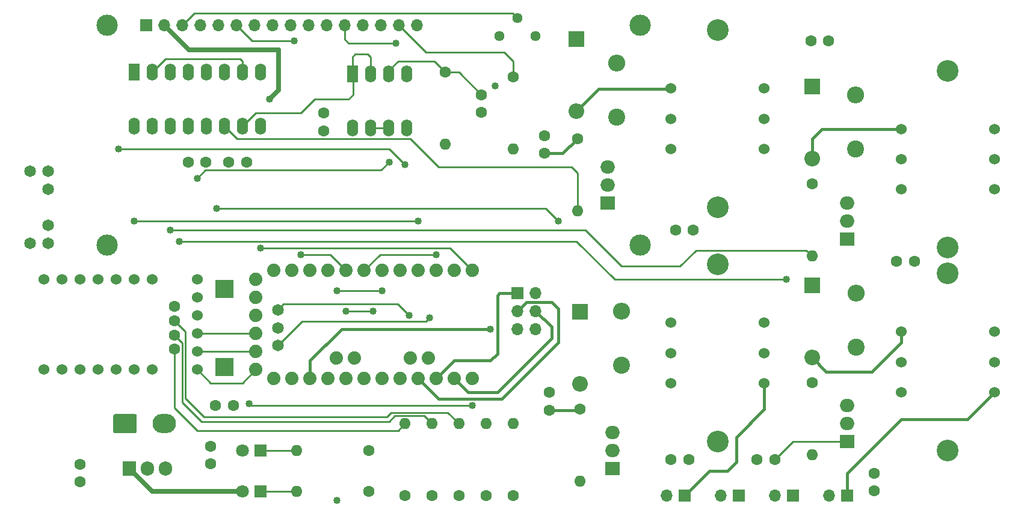
<source format=gbr>
%TF.GenerationSoftware,KiCad,Pcbnew,5.1.10-88a1d61d58~88~ubuntu18.04.1*%
%TF.CreationDate,2021-10-25T10:41:03-04:00*%
%TF.ProjectId,mctens,6d637465-6e73-42e6-9b69-6361645f7063,rev?*%
%TF.SameCoordinates,Original*%
%TF.FileFunction,Copper,L4,Bot*%
%TF.FilePolarity,Positive*%
%FSLAX46Y46*%
G04 Gerber Fmt 4.6, Leading zero omitted, Abs format (unit mm)*
G04 Created by KiCad (PCBNEW 5.1.10-88a1d61d58~88~ubuntu18.04.1) date 2021-10-25 10:41:03*
%MOMM*%
%LPD*%
G01*
G04 APERTURE LIST*
%TA.AperFunction,ComponentPad*%
%ADD10C,1.524000*%
%TD*%
%TA.AperFunction,ComponentPad*%
%ADD11C,3.048000*%
%TD*%
%TA.AperFunction,ComponentPad*%
%ADD12C,3.000000*%
%TD*%
%TA.AperFunction,ComponentPad*%
%ADD13R,1.700000X1.700000*%
%TD*%
%TA.AperFunction,ComponentPad*%
%ADD14O,1.700000X1.700000*%
%TD*%
%TA.AperFunction,ComponentPad*%
%ADD15C,1.651000*%
%TD*%
%TA.AperFunction,ComponentPad*%
%ADD16R,2.500000X2.500000*%
%TD*%
%TA.AperFunction,ComponentPad*%
%ADD17C,1.650000*%
%TD*%
%TA.AperFunction,ComponentPad*%
%ADD18C,1.600000*%
%TD*%
%TA.AperFunction,ComponentPad*%
%ADD19C,1.879600*%
%TD*%
%TA.AperFunction,ComponentPad*%
%ADD20O,2.400000X2.400000*%
%TD*%
%TA.AperFunction,ComponentPad*%
%ADD21C,2.400000*%
%TD*%
%TA.AperFunction,ComponentPad*%
%ADD22O,2.200000X2.200000*%
%TD*%
%TA.AperFunction,ComponentPad*%
%ADD23R,2.200000X2.200000*%
%TD*%
%TA.AperFunction,ComponentPad*%
%ADD24R,1.800000X1.800000*%
%TD*%
%TA.AperFunction,ComponentPad*%
%ADD25C,1.800000*%
%TD*%
%TA.AperFunction,ComponentPad*%
%ADD26O,3.300000X2.700000*%
%TD*%
%TA.AperFunction,ComponentPad*%
%ADD27O,2.000000X1.905000*%
%TD*%
%TA.AperFunction,ComponentPad*%
%ADD28R,2.000000X1.905000*%
%TD*%
%TA.AperFunction,ComponentPad*%
%ADD29O,1.600000X1.600000*%
%TD*%
%TA.AperFunction,ComponentPad*%
%ADD30C,1.440000*%
%TD*%
%TA.AperFunction,ComponentPad*%
%ADD31R,1.905000X2.000000*%
%TD*%
%TA.AperFunction,ComponentPad*%
%ADD32O,1.905000X2.000000*%
%TD*%
%TA.AperFunction,ComponentPad*%
%ADD33R,1.600000X2.400000*%
%TD*%
%TA.AperFunction,ComponentPad*%
%ADD34O,1.600000X2.400000*%
%TD*%
%TA.AperFunction,ViaPad*%
%ADD35C,1.016000*%
%TD*%
%TA.AperFunction,Conductor*%
%ADD36C,0.635000*%
%TD*%
%TA.AperFunction,Conductor*%
%ADD37C,0.254000*%
%TD*%
%TA.AperFunction,Conductor*%
%ADD38C,0.381000*%
%TD*%
G04 APERTURE END LIST*
D10*
%TO.P,T1,1*%
%TO.N,+12V*%
X158750000Y-85725000D03*
%TO.P,T1,2*%
%TO.N,N/C*%
X158750000Y-81470500D03*
%TO.P,T1,3*%
%TO.N,Net-(D1-Pad2)*%
X158750000Y-77216000D03*
%TO.P,T1,4*%
%TO.N,GND*%
X171881800Y-77216000D03*
%TO.P,T1,5*%
%TO.N,N/C*%
X171881800Y-81470500D03*
%TO.P,T1,6*%
%TO.N,Net-(J2-Pad1)*%
X171881800Y-85725000D03*
D11*
%TO.P,T1,7*%
%TO.N,GND*%
X165328600Y-93929200D03*
%TO.P,T1,8*%
X165328600Y-69011800D03*
%TD*%
D10*
%TO.P,T2,1*%
%TO.N,+12V*%
X126365000Y-84455000D03*
%TO.P,T2,2*%
%TO.N,N/C*%
X126365000Y-80200500D03*
%TO.P,T2,3*%
%TO.N,Net-(D2-Pad2)*%
X126365000Y-75946000D03*
%TO.P,T2,4*%
%TO.N,GND*%
X139496800Y-75946000D03*
%TO.P,T2,5*%
%TO.N,N/C*%
X139496800Y-80200500D03*
%TO.P,T2,6*%
%TO.N,Net-(J3-Pad1)*%
X139496800Y-84455000D03*
D11*
%TO.P,T2,7*%
%TO.N,GND*%
X132943600Y-92659200D03*
%TO.P,T2,8*%
X132943600Y-67741800D03*
%TD*%
D10*
%TO.P,T3,1*%
%TO.N,+12V*%
X158750000Y-57150000D03*
%TO.P,T3,2*%
%TO.N,N/C*%
X158750000Y-52895500D03*
%TO.P,T3,3*%
%TO.N,Net-(D3-Pad2)*%
X158750000Y-48641000D03*
%TO.P,T3,4*%
%TO.N,GND*%
X171881800Y-48641000D03*
%TO.P,T3,5*%
%TO.N,N/C*%
X171881800Y-52895500D03*
%TO.P,T3,6*%
%TO.N,Net-(J4-Pad1)*%
X171881800Y-57150000D03*
D11*
%TO.P,T3,7*%
%TO.N,GND*%
X165328600Y-65354200D03*
%TO.P,T3,8*%
X165328600Y-40436800D03*
%TD*%
D10*
%TO.P,T4,1*%
%TO.N,+12V*%
X126365000Y-51435000D03*
%TO.P,T4,2*%
%TO.N,N/C*%
X126365000Y-47180500D03*
%TO.P,T4,3*%
%TO.N,Net-(D4-Pad2)*%
X126365000Y-42926000D03*
%TO.P,T4,4*%
%TO.N,GND*%
X139496800Y-42926000D03*
%TO.P,T4,5*%
%TO.N,N/C*%
X139496800Y-47180500D03*
%TO.P,T4,6*%
%TO.N,Net-(J5-Pad1)*%
X139496800Y-51435000D03*
D11*
%TO.P,T4,7*%
%TO.N,GND*%
X132943600Y-59639200D03*
%TO.P,T4,8*%
X132943600Y-34721800D03*
%TD*%
D12*
%TO.P,J6,20*%
%TO.N,N/C*%
X122000000Y-33995000D03*
%TO.P,J6,19*%
X122000000Y-64995000D03*
%TO.P,J6,18*%
X47000000Y-64995000D03*
%TO.P,J6,17*%
X47000000Y-33995000D03*
D13*
%TO.P,J6,1*%
%TO.N,GND*%
X52500000Y-33995000D03*
D14*
%TO.P,J6,2*%
%TO.N,+3V3*%
X55040000Y-33995000D03*
%TO.P,J6,3*%
%TO.N,Net-(J6-Pad3)*%
X57580000Y-33995000D03*
%TO.P,J6,4*%
%TO.N,/LCD_RS*%
X60120000Y-33995000D03*
%TO.P,J6,5*%
%TO.N,GND*%
X62660000Y-33995000D03*
%TO.P,J6,6*%
%TO.N,/LCD_E*%
X65200000Y-33995000D03*
%TO.P,J6,7*%
%TO.N,Net-(J6-Pad7)*%
X67740000Y-33995000D03*
%TO.P,J6,8*%
%TO.N,Net-(J6-Pad8)*%
X70280000Y-33995000D03*
%TO.P,J6,9*%
%TO.N,Net-(J6-Pad9)*%
X72820000Y-33995000D03*
%TO.P,J6,10*%
%TO.N,Net-(J6-Pad10)*%
X75360000Y-33995000D03*
%TO.P,J6,11*%
%TO.N,/LCD_D4*%
X77900000Y-33995000D03*
%TO.P,J6,12*%
%TO.N,/LCD_D5*%
X80440000Y-33995000D03*
%TO.P,J6,13*%
%TO.N,/LCD_D6*%
X82980000Y-33995000D03*
%TO.P,J6,14*%
%TO.N,/LCD_D7*%
X85520000Y-33995000D03*
%TO.P,J6,15*%
%TO.N,Net-(J6-Pad15)*%
X88060000Y-33995000D03*
%TO.P,J6,16*%
%TO.N,GND*%
X90600000Y-33995000D03*
%TD*%
D15*
%TO.P,SW1,6*%
%TO.N,N/C*%
X36195000Y-54610000D03*
%TO.P,SW1,5*%
X38735000Y-54610000D03*
%TO.P,SW1,4*%
X36195000Y-64770000D03*
%TO.P,SW1,3*%
X38735000Y-64770000D03*
%TO.P,SW1,2*%
%TO.N,+12V*%
X38735000Y-57150000D03*
%TO.P,SW1,1*%
%TO.N,Net-(J1-Pad1)*%
X38735000Y-62230000D03*
%TD*%
D16*
%TO.P,SW2,Y*%
%TO.N,N/C*%
X63515000Y-71160000D03*
%TO.P,SW2,X*%
X63515000Y-82160000D03*
D17*
%TO.P,SW2,B*%
%TO.N,/KNOB_B*%
X71015000Y-74160000D03*
%TO.P,SW2,A*%
%TO.N,/KNOB_A*%
X71015000Y-79160000D03*
%TO.P,SW2,C*%
%TO.N,GND*%
X71015000Y-76660000D03*
D18*
%TO.P,SW2,4*%
%TO.N,Net-(R15-Pad2)*%
X56515000Y-79660000D03*
%TO.P,SW2,3*%
%TO.N,Net-(R17-Pad2)*%
X56515000Y-77660000D03*
%TO.P,SW2,2*%
%TO.N,Net-(R16-Pad2)*%
X56515000Y-75660000D03*
%TO.P,SW2,1*%
%TO.N,GND*%
X56515000Y-73660000D03*
%TD*%
D19*
%TO.P,U5,JP1_1*%
%TO.N,/DTR*%
X67945000Y-82550000D03*
%TO.P,U5,JP1_2*%
%TO.N,/TXO*%
X67945000Y-80010000D03*
%TO.P,U5,JP1_3*%
%TO.N,/RXI*%
X67945000Y-77470000D03*
%TO.P,U5,JP1_4*%
%TO.N,+3V3*%
X67945000Y-74930000D03*
%TO.P,U5,JP1_5*%
%TO.N,GND*%
X67945000Y-72390000D03*
%TO.P,U5,JP1_6*%
X67945000Y-69850000D03*
%TO.P,U5,JP2_1*%
%TO.N,/KNOB_SW*%
X81788000Y-80899000D03*
%TO.P,U5,JP2_2*%
%TO.N,/KNOB_R*%
X79248000Y-80899000D03*
%TO.P,U5,JP3_2*%
%TO.N,/KNOB_B*%
X89662000Y-80899000D03*
%TO.P,U5,JP3_1*%
%TO.N,/KNOB_A*%
X92202000Y-80899000D03*
%TO.P,U5,JP6_1*%
%TO.N,Net-(U5-PadJP6_1)*%
X70485000Y-83820000D03*
%TO.P,U5,JP6_2*%
%TO.N,GND*%
X73025000Y-83820000D03*
%TO.P,U5,JP6_3*%
%TO.N,Net-(J7-Pad5)*%
X75565000Y-83820000D03*
%TO.P,U5,JP6_4*%
%TO.N,Net-(U5-PadJP6_4)*%
X78105000Y-83820000D03*
%TO.P,U5,JP6_5*%
%TO.N,/LCD_D7*%
X80645000Y-83820000D03*
%TO.P,U5,JP6_6*%
%TO.N,/LCD_D6*%
X83185000Y-83820000D03*
%TO.P,U5,JP6_7*%
%TO.N,/LCD_D4*%
X85725000Y-83820000D03*
%TO.P,U5,JP6_8*%
%TO.N,/LCD_D5*%
X88265000Y-83820000D03*
%TO.P,U5,JP6_9*%
%TO.N,Net-(J7-Pad3)*%
X90805000Y-83820000D03*
%TO.P,U5,JP6_10*%
%TO.N,Net-(J7-Pad1)*%
X93345000Y-83820000D03*
%TO.P,U5,JP6_11*%
%TO.N,Net-(J7-Pad4)*%
X95885000Y-83820000D03*
%TO.P,U5,JP6_12*%
%TO.N,/DRV4*%
X98425000Y-83820000D03*
%TO.P,U5,JP7_1*%
%TO.N,Net-(U4-Pad9)*%
X98425000Y-68580000D03*
%TO.P,U5,JP7_2*%
%TO.N,/LCD_LIGHT*%
X95885000Y-68580000D03*
%TO.P,U5,JP7_3*%
%TO.N,/KNOB_G*%
X93345000Y-68580000D03*
%TO.P,U5,JP7_4*%
%TO.N,Net-(U4-Pad16)*%
X90805000Y-68580000D03*
%TO.P,U5,JP7_5*%
%TO.N,Net-(U4-Pad1)*%
X88265000Y-68580000D03*
%TO.P,U5,JP7_6*%
%TO.N,/LCD_RS*%
X85725000Y-68580000D03*
%TO.P,U5,JP7_7*%
%TO.N,Net-(R1-Pad2)*%
X83185000Y-68580000D03*
%TO.P,U5,JP7_8*%
%TO.N,/LCD_E*%
X80645000Y-68580000D03*
%TO.P,U5,JP7_9*%
%TO.N,GND*%
X78105000Y-68580000D03*
%TO.P,U5,JP7_10*%
%TO.N,Net-(U5-PadJP7_10)*%
X75565000Y-68580000D03*
%TO.P,U5,JP7_11*%
%TO.N,Net-(U5-PadJP7_11)*%
X73025000Y-68580000D03*
%TO.P,U5,JP7_12*%
%TO.N,Net-(U5-PadJP7_12)*%
X70485000Y-68580000D03*
%TD*%
D20*
%TO.P,R4,2*%
%TO.N,GND*%
X152400000Y-71755000D03*
D21*
%TO.P,R4,1*%
%TO.N,Net-(Q1-Pad3)*%
X152400000Y-79375000D03*
%TD*%
D20*
%TO.P,R5,2*%
%TO.N,GND*%
X119380000Y-74295000D03*
D21*
%TO.P,R5,1*%
%TO.N,Net-(Q2-Pad3)*%
X119380000Y-81915000D03*
%TD*%
D20*
%TO.P,R8,2*%
%TO.N,GND*%
X152309000Y-43815000D03*
D21*
%TO.P,R8,1*%
%TO.N,Net-(Q3-Pad3)*%
X152309000Y-51435000D03*
%TD*%
D20*
%TO.P,R9,2*%
%TO.N,GND*%
X118745000Y-39370000D03*
D21*
%TO.P,R9,1*%
%TO.N,Net-(Q4-Pad3)*%
X118745000Y-46990000D03*
%TD*%
D18*
%TO.P,C1,1*%
%TO.N,+12V*%
X43180000Y-95885000D03*
%TO.P,C1,2*%
%TO.N,GND*%
X43180000Y-98385000D03*
%TD*%
%TO.P,C2,1*%
%TO.N,+3V3*%
X64770000Y-87630000D03*
%TO.P,C2,2*%
%TO.N,GND*%
X62270000Y-87630000D03*
%TD*%
%TO.P,C3,2*%
%TO.N,GND*%
X99695000Y-46315000D03*
%TO.P,C3,1*%
%TO.N,Net-(C3-Pad1)*%
X99695000Y-43815000D03*
%TD*%
%TO.P,C4,1*%
%TO.N,+12V*%
X77470000Y-48895000D03*
%TO.P,C4,2*%
%TO.N,GND*%
X77470000Y-46395000D03*
%TD*%
%TO.P,C5,2*%
%TO.N,GND*%
X60920000Y-53340000D03*
%TO.P,C5,1*%
%TO.N,+12V*%
X58420000Y-53340000D03*
%TD*%
%TO.P,C6,1*%
%TO.N,+3V3*%
X64135000Y-53340000D03*
%TO.P,C6,2*%
%TO.N,GND*%
X66635000Y-53340000D03*
%TD*%
%TO.P,C7,2*%
%TO.N,GND*%
X138470000Y-95250000D03*
%TO.P,C7,1*%
%TO.N,Net-(C7-Pad1)*%
X140970000Y-95250000D03*
%TD*%
%TO.P,C8,2*%
%TO.N,GND*%
X109220000Y-85765000D03*
%TO.P,C8,1*%
%TO.N,Net-(C8-Pad1)*%
X109220000Y-88265000D03*
%TD*%
%TO.P,C9,1*%
%TO.N,Net-(C9-Pad1)*%
X146050000Y-36195000D03*
%TO.P,C9,2*%
%TO.N,GND*%
X148550000Y-36195000D03*
%TD*%
%TO.P,C10,1*%
%TO.N,Net-(C10-Pad1)*%
X108585000Y-52070000D03*
%TO.P,C10,2*%
%TO.N,GND*%
X108585000Y-49570000D03*
%TD*%
%TO.P,C11,2*%
%TO.N,GND*%
X61595000Y-95845000D03*
%TO.P,C11,1*%
%TO.N,+3V3*%
X61595000Y-93345000D03*
%TD*%
D22*
%TO.P,D1,2*%
%TO.N,Net-(D1-Pad2)*%
X146213000Y-80867000D03*
D23*
%TO.P,D1,1*%
%TO.N,+12V*%
X146213000Y-70707000D03*
%TD*%
%TO.P,D2,1*%
%TO.N,+12V*%
X113574000Y-74390000D03*
D22*
%TO.P,D2,2*%
%TO.N,Net-(D2-Pad2)*%
X113574000Y-84550000D03*
%TD*%
%TO.P,D3,2*%
%TO.N,Net-(D3-Pad2)*%
X146213000Y-52800000D03*
D23*
%TO.P,D3,1*%
%TO.N,+12V*%
X146213000Y-42640000D03*
%TD*%
%TO.P,D4,1*%
%TO.N,+12V*%
X113030000Y-35970000D03*
D22*
%TO.P,D4,2*%
%TO.N,Net-(D4-Pad2)*%
X113030000Y-46130000D03*
%TD*%
D24*
%TO.P,D5,1*%
%TO.N,Net-(D5-Pad1)*%
X68580000Y-99695000D03*
D25*
%TO.P,D5,2*%
%TO.N,+12V*%
X66040000Y-99695000D03*
%TD*%
%TO.P,D6,2*%
%TO.N,+3V3*%
X66040000Y-93980000D03*
D24*
%TO.P,D6,1*%
%TO.N,Net-(D6-Pad1)*%
X68580000Y-93980000D03*
%TD*%
%TO.P,J1,1*%
%TO.N,Net-(J1-Pad1)*%
%TA.AperFunction,ComponentPad*%
G36*
G01*
X48130001Y-88820000D02*
X50929999Y-88820000D01*
G75*
G02*
X51180000Y-89070001I0J-250001D01*
G01*
X51180000Y-91269999D01*
G75*
G02*
X50929999Y-91520000I-250001J0D01*
G01*
X48130001Y-91520000D01*
G75*
G02*
X47880000Y-91269999I0J250001D01*
G01*
X47880000Y-89070001D01*
G75*
G02*
X48130001Y-88820000I250001J0D01*
G01*
G37*
%TD.AperFunction*%
D26*
%TO.P,J1,2*%
%TO.N,GND*%
X55030000Y-90170000D03*
%TD*%
D13*
%TO.P,J2,1*%
%TO.N,Net-(J2-Pad1)*%
X151130000Y-100330000D03*
D14*
%TO.P,J2,2*%
%TO.N,GND*%
X148590000Y-100330000D03*
%TD*%
D13*
%TO.P,J3,1*%
%TO.N,Net-(J3-Pad1)*%
X128270000Y-100330000D03*
D14*
%TO.P,J3,2*%
%TO.N,GND*%
X125730000Y-100330000D03*
%TD*%
%TO.P,J4,2*%
%TO.N,GND*%
X140970000Y-100330000D03*
D13*
%TO.P,J4,1*%
%TO.N,Net-(J4-Pad1)*%
X143510000Y-100330000D03*
%TD*%
D14*
%TO.P,J5,2*%
%TO.N,GND*%
X133350000Y-100330000D03*
D13*
%TO.P,J5,1*%
%TO.N,Net-(J5-Pad1)*%
X135890000Y-100330000D03*
%TD*%
D27*
%TO.P,Q1,3*%
%TO.N,Net-(Q1-Pad3)*%
X151130000Y-87630000D03*
%TO.P,Q1,2*%
%TO.N,Net-(D1-Pad2)*%
X151130000Y-90170000D03*
D28*
%TO.P,Q1,1*%
%TO.N,Net-(C7-Pad1)*%
X151130000Y-92710000D03*
%TD*%
%TO.P,Q2,1*%
%TO.N,Net-(C8-Pad1)*%
X118110000Y-96520000D03*
D27*
%TO.P,Q2,2*%
%TO.N,Net-(D2-Pad2)*%
X118110000Y-93980000D03*
%TO.P,Q2,3*%
%TO.N,Net-(Q2-Pad3)*%
X118110000Y-91440000D03*
%TD*%
%TO.P,Q3,3*%
%TO.N,Net-(Q3-Pad3)*%
X151130000Y-59055000D03*
%TO.P,Q3,2*%
%TO.N,Net-(D3-Pad2)*%
X151130000Y-61595000D03*
D28*
%TO.P,Q3,1*%
%TO.N,Net-(C9-Pad1)*%
X151130000Y-64135000D03*
%TD*%
%TO.P,Q4,1*%
%TO.N,Net-(C10-Pad1)*%
X117475000Y-59055000D03*
D27*
%TO.P,Q4,2*%
%TO.N,Net-(D4-Pad2)*%
X117475000Y-56515000D03*
%TO.P,Q4,3*%
%TO.N,Net-(Q4-Pad3)*%
X117475000Y-53975000D03*
%TD*%
D18*
%TO.P,R1,1*%
%TO.N,Net-(C3-Pad1)*%
X94615000Y-40640000D03*
D29*
%TO.P,R1,2*%
%TO.N,Net-(R1-Pad2)*%
X94615000Y-50800000D03*
%TD*%
D18*
%TO.P,R2,1*%
%TO.N,Net-(C7-Pad1)*%
X146213000Y-84423000D03*
D29*
%TO.P,R2,2*%
%TO.N,Net-(R2-Pad2)*%
X146213000Y-94583000D03*
%TD*%
%TO.P,R3,2*%
%TO.N,Net-(R3-Pad2)*%
X113574000Y-98266000D03*
D18*
%TO.P,R3,1*%
%TO.N,Net-(C8-Pad1)*%
X113574000Y-88106000D03*
%TD*%
%TO.P,R6,1*%
%TO.N,Net-(C9-Pad1)*%
X146213000Y-56356000D03*
D29*
%TO.P,R6,2*%
%TO.N,Net-(R6-Pad2)*%
X146213000Y-66516000D03*
%TD*%
D18*
%TO.P,R7,1*%
%TO.N,Net-(C10-Pad1)*%
X113230000Y-49970000D03*
D29*
%TO.P,R7,2*%
%TO.N,Net-(R7-Pad2)*%
X113230000Y-60130000D03*
%TD*%
%TO.P,R10,2*%
%TO.N,Net-(D5-Pad1)*%
X73660000Y-99695000D03*
D18*
%TO.P,R10,1*%
%TO.N,GND*%
X83820000Y-99695000D03*
%TD*%
%TO.P,R11,1*%
%TO.N,GND*%
X83820000Y-93980000D03*
D29*
%TO.P,R11,2*%
%TO.N,Net-(D6-Pad1)*%
X73660000Y-93980000D03*
%TD*%
%TO.P,R12,2*%
%TO.N,/LCD_LIGHT*%
X104140000Y-51435000D03*
D18*
%TO.P,R12,1*%
%TO.N,Net-(J6-Pad15)*%
X104140000Y-41275000D03*
%TD*%
D29*
%TO.P,R13,2*%
%TO.N,/KNOB_A*%
X104140000Y-90170000D03*
D18*
%TO.P,R13,1*%
%TO.N,+3V3*%
X104140000Y-100330000D03*
%TD*%
D29*
%TO.P,R14,2*%
%TO.N,/KNOB_B*%
X100330000Y-90170000D03*
D18*
%TO.P,R14,1*%
%TO.N,+3V3*%
X100330000Y-100330000D03*
%TD*%
%TO.P,R15,1*%
%TO.N,+3V3*%
X88900000Y-100330000D03*
D29*
%TO.P,R15,2*%
%TO.N,Net-(R15-Pad2)*%
X88900000Y-90170000D03*
%TD*%
%TO.P,R16,2*%
%TO.N,Net-(R16-Pad2)*%
X96520000Y-90170000D03*
D18*
%TO.P,R16,1*%
%TO.N,/KNOB_R*%
X96520000Y-100330000D03*
%TD*%
%TO.P,R17,1*%
%TO.N,/KNOB_G*%
X92710000Y-100330000D03*
D29*
%TO.P,R17,2*%
%TO.N,Net-(R17-Pad2)*%
X92710000Y-90170000D03*
%TD*%
D30*
%TO.P,RV1,1*%
%TO.N,+3V3*%
X102235000Y-35560000D03*
%TO.P,RV1,2*%
%TO.N,Net-(J6-Pad3)*%
X104775000Y-33020000D03*
%TO.P,RV1,3*%
%TO.N,GND*%
X107315000Y-35560000D03*
%TD*%
D31*
%TO.P,U2,1*%
%TO.N,+12V*%
X50165000Y-96520000D03*
D32*
%TO.P,U2,2*%
%TO.N,GND*%
X52705000Y-96520000D03*
%TO.P,U2,3*%
%TO.N,+3V3*%
X55245000Y-96520000D03*
%TD*%
D33*
%TO.P,U4,1*%
%TO.N,Net-(U4-Pad1)*%
X50800000Y-40640000D03*
D34*
%TO.P,U4,9*%
%TO.N,Net-(U4-Pad9)*%
X68580000Y-48260000D03*
%TO.P,U4,2*%
%TO.N,Net-(U3-Pad1)*%
X53340000Y-40640000D03*
%TO.P,U4,10*%
X66040000Y-48260000D03*
%TO.P,U4,3*%
%TO.N,Net-(R2-Pad2)*%
X55880000Y-40640000D03*
%TO.P,U4,11*%
%TO.N,Net-(R7-Pad2)*%
X63500000Y-48260000D03*
%TO.P,U4,4*%
%TO.N,GND*%
X58420000Y-40640000D03*
%TO.P,U4,12*%
%TO.N,+3V3*%
X60960000Y-48260000D03*
%TO.P,U4,5*%
%TO.N,GND*%
X60960000Y-40640000D03*
%TO.P,U4,13*%
%TO.N,+12V*%
X58420000Y-48260000D03*
%TO.P,U4,6*%
%TO.N,Net-(R3-Pad2)*%
X63500000Y-40640000D03*
%TO.P,U4,14*%
%TO.N,Net-(R6-Pad2)*%
X55880000Y-48260000D03*
%TO.P,U4,7*%
%TO.N,Net-(U3-Pad1)*%
X66040000Y-40640000D03*
%TO.P,U4,15*%
X53340000Y-48260000D03*
%TO.P,U4,8*%
%TO.N,/DRV4*%
X68580000Y-40640000D03*
%TO.P,U4,16*%
%TO.N,Net-(U4-Pad16)*%
X50800000Y-48260000D03*
%TD*%
D33*
%TO.P,U3,1*%
%TO.N,Net-(U3-Pad1)*%
X81530000Y-40891000D03*
D34*
%TO.P,U3,5*%
%TO.N,GND*%
X89150000Y-48511000D03*
%TO.P,U3,2*%
%TO.N,Net-(U3-Pad1)*%
X84070000Y-40891000D03*
%TO.P,U3,6*%
%TO.N,Net-(U3-Pad6)*%
X86610000Y-48511000D03*
%TO.P,U3,3*%
%TO.N,Net-(C3-Pad1)*%
X86610000Y-40891000D03*
%TO.P,U3,7*%
%TO.N,Net-(U3-Pad6)*%
X84070000Y-48511000D03*
%TO.P,U3,4*%
%TO.N,GND*%
X89150000Y-40891000D03*
%TO.P,U3,8*%
%TO.N,+12V*%
X81530000Y-48511000D03*
%TD*%
D10*
%TO.P,U1,C1*%
%TO.N,GND*%
X59690000Y-69850000D03*
%TO.P,U1,C2*%
X59690000Y-72390000D03*
%TO.P,U1,C3*%
%TO.N,Net-(U1-PadC3)*%
X59690000Y-74930000D03*
%TO.P,U1,C4*%
%TO.N,/RXI*%
X59690000Y-77470000D03*
%TO.P,U1,C5*%
%TO.N,/TXO*%
X59690000Y-80010000D03*
%TO.P,U1,C6*%
%TO.N,/DTR*%
X59690000Y-82550000D03*
%TO.P,U1,A1*%
%TO.N,Net-(U1-PadA1)*%
X53340000Y-82550000D03*
%TO.P,U1,A2*%
%TO.N,Net-(U1-PadA2)*%
X50800000Y-82550000D03*
%TO.P,U1,A3*%
%TO.N,Net-(U1-PadA3)*%
X48260000Y-82550000D03*
%TO.P,U1,A4*%
%TO.N,Net-(U1-PadA4)*%
X45720000Y-82550000D03*
%TO.P,U1,A5*%
%TO.N,Net-(U1-PadA5)*%
X43180000Y-82550000D03*
%TO.P,U1,A6*%
%TO.N,Net-(U1-PadA6)*%
X40640000Y-82550000D03*
%TO.P,U1,A7*%
%TO.N,GND*%
X38100000Y-82550000D03*
%TO.P,U1,B1*%
%TO.N,Net-(U1-PadB1)*%
X53340000Y-69850000D03*
%TO.P,U1,B2*%
%TO.N,Net-(U1-PadB2)*%
X50800000Y-69850000D03*
%TO.P,U1,B3*%
%TO.N,Net-(U1-PadB3)*%
X48260000Y-69850000D03*
%TO.P,U1,B4*%
%TO.N,Net-(U1-PadB4)*%
X45720000Y-69850000D03*
%TO.P,U1,B5*%
%TO.N,Net-(U1-PadB5)*%
X43180000Y-69850000D03*
%TO.P,U1,B6*%
%TO.N,Net-(U1-PadB6)*%
X40640000Y-69850000D03*
%TO.P,U1,B7*%
%TO.N,Net-(U1-PadB7)*%
X38100000Y-69850000D03*
%TD*%
D13*
%TO.P,J7,1*%
%TO.N,Net-(J7-Pad1)*%
X104775000Y-71755000D03*
D14*
%TO.P,J7,2*%
%TO.N,+3V3*%
X107315000Y-71755000D03*
%TO.P,J7,3*%
%TO.N,Net-(J7-Pad3)*%
X104775000Y-74295000D03*
%TO.P,J7,4*%
%TO.N,Net-(J7-Pad4)*%
X107315000Y-74295000D03*
%TO.P,J7,5*%
%TO.N,Net-(J7-Pad5)*%
X104775000Y-76835000D03*
%TO.P,J7,6*%
%TO.N,GND*%
X107315000Y-76835000D03*
%TD*%
D18*
%TO.P,C12,2*%
%TO.N,GND*%
X129500000Y-62865000D03*
%TO.P,C12,1*%
%TO.N,+12V*%
X127000000Y-62865000D03*
%TD*%
%TO.P,C13,1*%
%TO.N,+12V*%
X126365000Y-95250000D03*
%TO.P,C13,2*%
%TO.N,GND*%
X128865000Y-95250000D03*
%TD*%
%TO.P,C14,1*%
%TO.N,+12V*%
X158115000Y-67310000D03*
%TO.P,C14,2*%
%TO.N,GND*%
X160615000Y-67310000D03*
%TD*%
%TO.P,C15,2*%
%TO.N,GND*%
X154940000Y-99655000D03*
%TO.P,C15,1*%
%TO.N,+12V*%
X154940000Y-97155000D03*
%TD*%
D35*
%TO.N,+3V3*%
X101600000Y-42545000D03*
X69850000Y-44450000D03*
%TO.N,/LCD_RS*%
X86677500Y-53340000D03*
X59690000Y-55562500D03*
%TO.N,/LCD_E*%
X73342500Y-36195000D03*
X74295000Y-66357500D03*
%TO.N,/LCD_D4*%
X79349601Y-71412101D03*
X85699601Y-71412101D03*
%TO.N,/LCD_D5*%
X87630000Y-36512500D03*
%TO.N,/LCD_D7*%
X84455000Y-74295000D03*
X80645000Y-74295000D03*
%TO.N,Net-(R1-Pad2)*%
X93345000Y-66357500D03*
%TO.N,Net-(R2-Pad2)*%
X57150000Y-64452500D03*
X142557500Y-69850000D03*
%TO.N,Net-(R3-Pad2)*%
X62395190Y-59855190D03*
X110490000Y-61595000D03*
%TO.N,Net-(R6-Pad2)*%
X55880000Y-62865000D03*
%TO.N,/KNOB_A*%
X92392500Y-75247500D03*
%TO.N,/KNOB_B*%
X89535000Y-74930000D03*
%TO.N,/KNOB_R*%
X79349601Y-100939601D03*
%TO.N,Net-(U4-Pad1)*%
X48577500Y-51435000D03*
X88900000Y-53657500D03*
%TO.N,Net-(U4-Pad9)*%
X68580000Y-65405000D03*
%TO.N,/DRV4*%
X98425000Y-87630000D03*
X66992500Y-87312500D03*
%TO.N,Net-(U4-Pad16)*%
X50800000Y-61595000D03*
X90805000Y-61595000D03*
%TO.N,Net-(J7-Pad5)*%
X100965000Y-76835000D03*
%TD*%
D36*
%TO.N,+12V*%
X53340000Y-99695000D02*
X66040000Y-99695000D01*
X50165000Y-96520000D02*
X53340000Y-99695000D01*
%TO.N,+3V3*%
X55040000Y-33995000D02*
X58510000Y-37465000D01*
X58510000Y-37465000D02*
X71120000Y-37465000D01*
X71120000Y-37465000D02*
X71120000Y-43180000D01*
X71120000Y-43180000D02*
X69850000Y-44450000D01*
D37*
%TO.N,Net-(C3-Pad1)*%
X96520000Y-40640000D02*
X99695000Y-43815000D01*
X94615000Y-40640000D02*
X96520000Y-40640000D01*
X86610000Y-40891000D02*
X86610000Y-40390000D01*
X86610000Y-40390000D02*
X87947500Y-39052500D01*
X93027500Y-39052500D02*
X94615000Y-40640000D01*
X87947500Y-39052500D02*
X93027500Y-39052500D01*
%TO.N,Net-(C7-Pad1)*%
X143510000Y-92710000D02*
X140970000Y-95250000D01*
X151130000Y-92710000D02*
X143510000Y-92710000D01*
D38*
%TO.N,Net-(C8-Pad1)*%
X113415000Y-88265000D02*
X113574000Y-88106000D01*
X109220000Y-88265000D02*
X113415000Y-88265000D01*
%TO.N,Net-(C10-Pad1)*%
X111130000Y-52070000D02*
X113230000Y-49970000D01*
X108585000Y-52070000D02*
X111130000Y-52070000D01*
%TO.N,Net-(D1-Pad2)*%
X146213000Y-80867000D02*
X148213500Y-82867500D01*
X148213500Y-82867500D02*
X154622500Y-82867500D01*
X158750000Y-78740000D02*
X158750000Y-77216000D01*
X154622500Y-82867500D02*
X158750000Y-78740000D01*
%TO.N,Net-(D3-Pad2)*%
X158750000Y-48641000D02*
X147574000Y-48641000D01*
X146213000Y-50002000D02*
X146213000Y-52800000D01*
X147574000Y-48641000D02*
X146213000Y-50002000D01*
%TO.N,Net-(D4-Pad2)*%
X113030000Y-46130000D02*
X116205000Y-42955000D01*
X126336000Y-42955000D02*
X126365000Y-42926000D01*
X116205000Y-42955000D02*
X126336000Y-42955000D01*
D37*
%TO.N,Net-(D5-Pad1)*%
X68580000Y-99695000D02*
X73660000Y-99695000D01*
%TO.N,Net-(D6-Pad1)*%
X68580000Y-93980000D02*
X73660000Y-93980000D01*
D38*
%TO.N,Net-(J2-Pad1)*%
X158750000Y-89535000D02*
X168071800Y-89535000D01*
X151130000Y-97155000D02*
X158750000Y-89535000D01*
X168071800Y-89535000D02*
X171881800Y-85725000D01*
X151130000Y-100330000D02*
X151130000Y-97155000D01*
%TO.N,Net-(J3-Pad1)*%
X131762500Y-96837500D02*
X128270000Y-100330000D01*
X134302500Y-96837500D02*
X131762500Y-96837500D01*
X135572500Y-95567500D02*
X134302500Y-96837500D01*
X135572500Y-92075000D02*
X135572500Y-95567500D01*
X139496800Y-88150700D02*
X135572500Y-92075000D01*
X139496800Y-84455000D02*
X139496800Y-88150700D01*
D37*
%TO.N,Net-(J6-Pad3)*%
X59274999Y-32300001D02*
X57580000Y-33995000D01*
X104055001Y-32300001D02*
X59274999Y-32300001D01*
X104775000Y-33020000D02*
X104055001Y-32300001D01*
%TO.N,/LCD_RS*%
X85572699Y-54444801D02*
X60807699Y-54444801D01*
X86677500Y-53340000D02*
X85572699Y-54444801D01*
X60807699Y-54444801D02*
X59690000Y-55562500D01*
%TO.N,/LCD_E*%
X65200000Y-33995000D02*
X67400000Y-36195000D01*
X67400000Y-36195000D02*
X73342500Y-36195000D01*
X78422500Y-66357500D02*
X80645000Y-68580000D01*
X74295000Y-66357500D02*
X78422500Y-66357500D01*
%TO.N,/LCD_D4*%
X79349601Y-71412101D02*
X85699601Y-71412101D01*
%TO.N,/LCD_D5*%
X87630000Y-36512500D02*
X80962500Y-36512500D01*
X80440000Y-35990000D02*
X80440000Y-33995000D01*
X80962500Y-36512500D02*
X80440000Y-35990000D01*
%TO.N,/LCD_D7*%
X84455000Y-74295000D02*
X80645000Y-74295000D01*
%TO.N,Net-(J6-Pad15)*%
X88060000Y-33995000D02*
X91847500Y-37782500D01*
X91847500Y-37782500D02*
X102870000Y-37782500D01*
X102870000Y-37782500D02*
X104140000Y-39052500D01*
X104140000Y-39052500D02*
X104140000Y-41275000D01*
%TO.N,Net-(R1-Pad2)*%
X83185000Y-68580000D02*
X85407500Y-66357500D01*
X85407500Y-66357500D02*
X93345000Y-66357500D01*
%TO.N,Net-(R2-Pad2)*%
X57150000Y-64452500D02*
X113030000Y-64452500D01*
X113030000Y-64452500D02*
X118427500Y-69850000D01*
X118427500Y-69850000D02*
X142557500Y-69850000D01*
%TO.N,Net-(R3-Pad2)*%
X62395190Y-59855190D02*
X108750190Y-59855190D01*
X108750190Y-59855190D02*
X110490000Y-61595000D01*
%TO.N,Net-(R6-Pad2)*%
X55880000Y-62865000D02*
X114300000Y-62865000D01*
X114300000Y-62865000D02*
X119380000Y-67945000D01*
X119380000Y-67945000D02*
X127635000Y-67945000D01*
X145413001Y-65716001D02*
X146213000Y-66516000D01*
X129863999Y-65716001D02*
X145413001Y-65716001D01*
X127635000Y-67945000D02*
X129863999Y-65716001D01*
%TO.N,Net-(R7-Pad2)*%
X113230000Y-54810000D02*
X113230000Y-60130000D01*
X112395000Y-53975000D02*
X113230000Y-54810000D01*
X93662500Y-53975000D02*
X112395000Y-53975000D01*
X89703310Y-50015810D02*
X93662500Y-53975000D01*
X65255810Y-50015810D02*
X89703310Y-50015810D01*
X63500000Y-48260000D02*
X65255810Y-50015810D01*
%TO.N,/KNOB_A*%
X74432199Y-75742801D02*
X91897199Y-75742801D01*
X71015000Y-79160000D02*
X74432199Y-75742801D01*
X91897199Y-75742801D02*
X92392500Y-75247500D01*
%TO.N,/KNOB_B*%
X71839999Y-73335001D02*
X87940001Y-73335001D01*
X71015000Y-74160000D02*
X71839999Y-73335001D01*
X87940001Y-73335001D02*
X89535000Y-74930000D01*
%TO.N,Net-(R15-Pad2)*%
X87947500Y-91122500D02*
X88900000Y-90170000D01*
X59690000Y-91122500D02*
X87947500Y-91122500D01*
X56515000Y-87947500D02*
X59690000Y-91122500D01*
X56515000Y-79660000D02*
X56515000Y-87947500D01*
%TO.N,Net-(R16-Pad2)*%
X58051611Y-77196611D02*
X58051611Y-86626611D01*
X56515000Y-75660000D02*
X58051611Y-77196611D01*
X58051611Y-86626611D02*
X60642500Y-89217500D01*
X60642500Y-89217500D02*
X86360000Y-89217500D01*
X86360000Y-89217500D02*
X86995000Y-88582500D01*
X94932500Y-88582500D02*
X96520000Y-90170000D01*
X86995000Y-88582500D02*
X94932500Y-88582500D01*
%TO.N,Net-(R17-Pad2)*%
X60325000Y-89852500D02*
X86677500Y-89852500D01*
X91605199Y-89065199D02*
X92710000Y-90170000D01*
X86677500Y-89852500D02*
X87464801Y-89065199D01*
X57619801Y-87147301D02*
X60325000Y-89852500D01*
X87464801Y-89065199D02*
X91605199Y-89065199D01*
X57619801Y-78764801D02*
X57619801Y-87147301D01*
X56515000Y-77660000D02*
X57619801Y-78764801D01*
%TO.N,Net-(U3-Pad1)*%
X83685000Y-38100000D02*
X81915000Y-38100000D01*
X84070000Y-38485000D02*
X83685000Y-38100000D01*
X81530000Y-38485000D02*
X81530000Y-40891000D01*
X81915000Y-38100000D02*
X81530000Y-38485000D01*
X84070000Y-40891000D02*
X84070000Y-38485000D01*
X66040000Y-39052500D02*
X66040000Y-40640000D01*
X65722500Y-38735000D02*
X66040000Y-39052500D01*
X55245000Y-38735000D02*
X65722500Y-38735000D01*
X53340000Y-40640000D02*
X55245000Y-38735000D01*
X81597500Y-43815000D02*
X81597500Y-40958500D01*
X80962500Y-44450000D02*
X81597500Y-43815000D01*
X76200000Y-44450000D02*
X80962500Y-44450000D01*
X74295000Y-46355000D02*
X76200000Y-44450000D01*
X81597500Y-40958500D02*
X81530000Y-40891000D01*
X67945000Y-46355000D02*
X74295000Y-46355000D01*
X66040000Y-48260000D02*
X67945000Y-46355000D01*
%TO.N,Net-(U3-Pad6)*%
X84070000Y-48511000D02*
X86610000Y-48511000D01*
%TO.N,Net-(U4-Pad1)*%
X48577500Y-51435000D02*
X86677500Y-51435000D01*
X86677500Y-51435000D02*
X88900000Y-53657500D01*
%TO.N,Net-(U4-Pad9)*%
X95250000Y-65405000D02*
X98425000Y-68580000D01*
X68580000Y-65405000D02*
X95250000Y-65405000D01*
%TO.N,/DRV4*%
X98425000Y-87630000D02*
X67310000Y-87630000D01*
X67310000Y-87630000D02*
X66992500Y-87312500D01*
%TO.N,Net-(U4-Pad16)*%
X50800000Y-61595000D02*
X90805000Y-61595000D01*
%TO.N,/RXI*%
X59690000Y-77470000D02*
X67945000Y-77470000D01*
%TO.N,/TXO*%
X59690000Y-80010000D02*
X67945000Y-80010000D01*
%TO.N,/DTR*%
X66040000Y-84455000D02*
X67945000Y-82550000D01*
X61595000Y-84455000D02*
X66040000Y-84455000D01*
X59690000Y-82550000D02*
X61595000Y-84455000D01*
D38*
%TO.N,Net-(J7-Pad1)*%
X101917500Y-72072500D02*
X102235000Y-71755000D01*
X102235000Y-71755000D02*
X104775000Y-71755000D01*
X101917500Y-80327500D02*
X101917500Y-72072500D01*
X100965000Y-81280000D02*
X101917500Y-80327500D01*
X95885000Y-81280000D02*
X100965000Y-81280000D01*
X93345000Y-83820000D02*
X95885000Y-81280000D01*
%TO.N,Net-(J7-Pad3)*%
X90805000Y-83820000D02*
X93662500Y-86677500D01*
X93662500Y-86677500D02*
X102552500Y-86677500D01*
X102552500Y-86677500D02*
X110490000Y-78740000D01*
X110490000Y-78740000D02*
X110490000Y-73977500D01*
X105993301Y-73076699D02*
X104775000Y-74295000D01*
X109589199Y-73076699D02*
X105993301Y-73076699D01*
X110490000Y-73977500D02*
X109589199Y-73076699D01*
%TO.N,Net-(J7-Pad4)*%
X95885000Y-83820000D02*
X97790000Y-85725000D01*
X97790000Y-85725000D02*
X101917500Y-85725000D01*
X101917500Y-85725000D02*
X109537500Y-78105000D01*
X109537500Y-76517500D02*
X107315000Y-74295000D01*
X109537500Y-78105000D02*
X109537500Y-76517500D01*
%TO.N,Net-(J7-Pad5)*%
X75565000Y-83820000D02*
X75565000Y-82490923D01*
X75565000Y-82490923D02*
X75565000Y-81280000D01*
X75565000Y-81280000D02*
X80010000Y-76835000D01*
X80010000Y-76835000D02*
X100965000Y-76835000D01*
%TD*%
M02*

</source>
